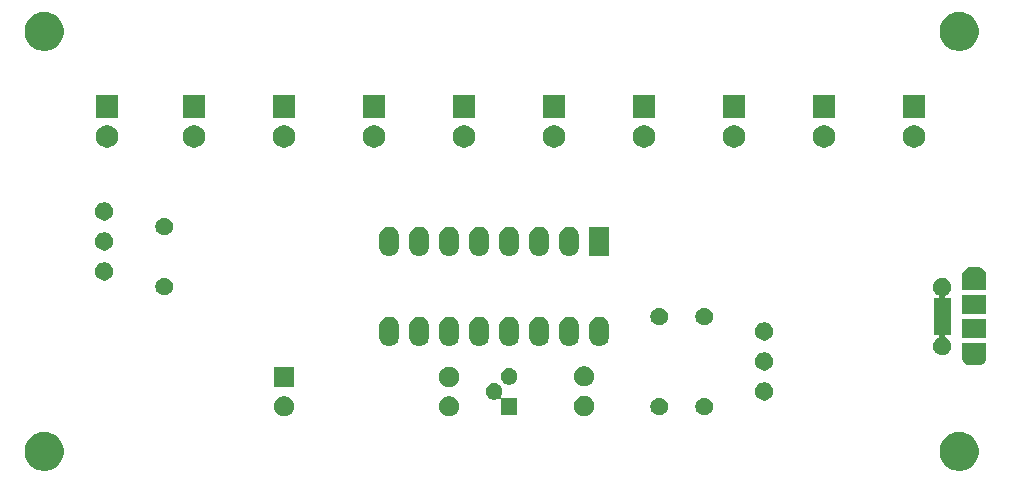
<source format=gbr>
G04 #@! TF.GenerationSoftware,KiCad,Pcbnew,(5.1.5)-3*
G04 #@! TF.CreationDate,2019-12-24T23:01:53+08:00*
G04 #@! TF.ProjectId,voice_ctrl_flow_ledled,766f6963-655f-4637-9472-6c5f666c6f77,rev?*
G04 #@! TF.SameCoordinates,Original*
G04 #@! TF.FileFunction,Soldermask,Top*
G04 #@! TF.FilePolarity,Negative*
%FSLAX46Y46*%
G04 Gerber Fmt 4.6, Leading zero omitted, Abs format (unit mm)*
G04 Created by KiCad (PCBNEW (5.1.5)-3) date 2019-12-24 23:01:53*
%MOMM*%
%LPD*%
G04 APERTURE LIST*
%ADD10C,0.100000*%
G04 APERTURE END LIST*
D10*
G36*
X201035256Y-97451298D02*
G01*
X201141579Y-97472447D01*
X201442042Y-97596903D01*
X201712451Y-97777585D01*
X201942415Y-98007549D01*
X202123097Y-98277958D01*
X202247553Y-98578421D01*
X202311000Y-98897391D01*
X202311000Y-99222609D01*
X202247553Y-99541579D01*
X202123097Y-99842042D01*
X201942415Y-100112451D01*
X201712451Y-100342415D01*
X201442042Y-100523097D01*
X201141579Y-100647553D01*
X201035256Y-100668702D01*
X200822611Y-100711000D01*
X200497389Y-100711000D01*
X200284744Y-100668702D01*
X200178421Y-100647553D01*
X199877958Y-100523097D01*
X199607549Y-100342415D01*
X199377585Y-100112451D01*
X199196903Y-99842042D01*
X199072447Y-99541579D01*
X199009000Y-99222609D01*
X199009000Y-98897391D01*
X199072447Y-98578421D01*
X199196903Y-98277958D01*
X199377585Y-98007549D01*
X199607549Y-97777585D01*
X199877958Y-97596903D01*
X200178421Y-97472447D01*
X200284744Y-97451298D01*
X200497389Y-97409000D01*
X200822611Y-97409000D01*
X201035256Y-97451298D01*
G37*
G36*
X123565256Y-97451298D02*
G01*
X123671579Y-97472447D01*
X123972042Y-97596903D01*
X124242451Y-97777585D01*
X124472415Y-98007549D01*
X124653097Y-98277958D01*
X124777553Y-98578421D01*
X124841000Y-98897391D01*
X124841000Y-99222609D01*
X124777553Y-99541579D01*
X124653097Y-99842042D01*
X124472415Y-100112451D01*
X124242451Y-100342415D01*
X123972042Y-100523097D01*
X123671579Y-100647553D01*
X123565256Y-100668702D01*
X123352611Y-100711000D01*
X123027389Y-100711000D01*
X122814744Y-100668702D01*
X122708421Y-100647553D01*
X122407958Y-100523097D01*
X122137549Y-100342415D01*
X121907585Y-100112451D01*
X121726903Y-99842042D01*
X121602447Y-99541579D01*
X121539000Y-99222609D01*
X121539000Y-98897391D01*
X121602447Y-98578421D01*
X121726903Y-98277958D01*
X121907585Y-98007549D01*
X122137549Y-97777585D01*
X122407958Y-97596903D01*
X122708421Y-97472447D01*
X122814744Y-97451298D01*
X123027389Y-97409000D01*
X123352611Y-97409000D01*
X123565256Y-97451298D01*
G37*
G36*
X157728228Y-94431703D02*
G01*
X157883100Y-94495853D01*
X158022481Y-94588985D01*
X158141015Y-94707519D01*
X158234147Y-94846900D01*
X158298297Y-95001772D01*
X158331000Y-95166184D01*
X158331000Y-95333816D01*
X158298297Y-95498228D01*
X158234147Y-95653100D01*
X158141015Y-95792481D01*
X158022481Y-95911015D01*
X157883100Y-96004147D01*
X157728228Y-96068297D01*
X157563816Y-96101000D01*
X157396184Y-96101000D01*
X157231772Y-96068297D01*
X157076900Y-96004147D01*
X156937519Y-95911015D01*
X156818985Y-95792481D01*
X156725853Y-95653100D01*
X156661703Y-95498228D01*
X156629000Y-95333816D01*
X156629000Y-95166184D01*
X156661703Y-95001772D01*
X156725853Y-94846900D01*
X156818985Y-94707519D01*
X156937519Y-94588985D01*
X157076900Y-94495853D01*
X157231772Y-94431703D01*
X157396184Y-94399000D01*
X157563816Y-94399000D01*
X157728228Y-94431703D01*
G37*
G36*
X143758228Y-94431703D02*
G01*
X143913100Y-94495853D01*
X144052481Y-94588985D01*
X144171015Y-94707519D01*
X144264147Y-94846900D01*
X144328297Y-95001772D01*
X144361000Y-95166184D01*
X144361000Y-95333816D01*
X144328297Y-95498228D01*
X144264147Y-95653100D01*
X144171015Y-95792481D01*
X144052481Y-95911015D01*
X143913100Y-96004147D01*
X143758228Y-96068297D01*
X143593816Y-96101000D01*
X143426184Y-96101000D01*
X143261772Y-96068297D01*
X143106900Y-96004147D01*
X142967519Y-95911015D01*
X142848985Y-95792481D01*
X142755853Y-95653100D01*
X142691703Y-95498228D01*
X142659000Y-95333816D01*
X142659000Y-95166184D01*
X142691703Y-95001772D01*
X142755853Y-94846900D01*
X142848985Y-94707519D01*
X142967519Y-94588985D01*
X143106900Y-94495853D01*
X143261772Y-94431703D01*
X143426184Y-94399000D01*
X143593816Y-94399000D01*
X143758228Y-94431703D01*
G37*
G36*
X169158228Y-94391703D02*
G01*
X169313100Y-94455853D01*
X169452481Y-94548985D01*
X169571015Y-94667519D01*
X169664147Y-94806900D01*
X169728297Y-94961772D01*
X169761000Y-95126184D01*
X169761000Y-95293816D01*
X169728297Y-95458228D01*
X169664147Y-95613100D01*
X169571015Y-95752481D01*
X169452481Y-95871015D01*
X169313100Y-95964147D01*
X169158228Y-96028297D01*
X168993816Y-96061000D01*
X168826184Y-96061000D01*
X168661772Y-96028297D01*
X168506900Y-95964147D01*
X168367519Y-95871015D01*
X168248985Y-95752481D01*
X168155853Y-95613100D01*
X168091703Y-95458228D01*
X168059000Y-95293816D01*
X168059000Y-95126184D01*
X168091703Y-94961772D01*
X168155853Y-94806900D01*
X168248985Y-94667519D01*
X168367519Y-94548985D01*
X168506900Y-94455853D01*
X168661772Y-94391703D01*
X168826184Y-94359000D01*
X168993816Y-94359000D01*
X169158228Y-94391703D01*
G37*
G36*
X175479059Y-94527860D02*
G01*
X175536735Y-94551750D01*
X175615732Y-94584472D01*
X175738735Y-94666660D01*
X175843340Y-94771265D01*
X175925528Y-94894268D01*
X175982140Y-95030941D01*
X176011000Y-95176033D01*
X176011000Y-95323967D01*
X175982140Y-95469059D01*
X175925528Y-95605732D01*
X175843340Y-95728735D01*
X175738735Y-95833340D01*
X175615732Y-95915528D01*
X175615731Y-95915529D01*
X175615730Y-95915529D01*
X175479059Y-95972140D01*
X175333968Y-96001000D01*
X175186032Y-96001000D01*
X175040941Y-95972140D01*
X174904270Y-95915529D01*
X174904269Y-95915529D01*
X174904268Y-95915528D01*
X174781265Y-95833340D01*
X174676660Y-95728735D01*
X174594472Y-95605732D01*
X174537860Y-95469059D01*
X174509000Y-95323967D01*
X174509000Y-95176033D01*
X174537860Y-95030941D01*
X174594472Y-94894268D01*
X174676660Y-94771265D01*
X174781265Y-94666660D01*
X174904268Y-94584472D01*
X174983266Y-94551750D01*
X175040941Y-94527860D01*
X175186032Y-94499000D01*
X175333968Y-94499000D01*
X175479059Y-94527860D01*
G37*
G36*
X179289059Y-94527860D02*
G01*
X179346735Y-94551750D01*
X179425732Y-94584472D01*
X179548735Y-94666660D01*
X179653340Y-94771265D01*
X179735528Y-94894268D01*
X179792140Y-95030941D01*
X179821000Y-95176033D01*
X179821000Y-95323967D01*
X179792140Y-95469059D01*
X179735528Y-95605732D01*
X179653340Y-95728735D01*
X179548735Y-95833340D01*
X179425732Y-95915528D01*
X179425731Y-95915529D01*
X179425730Y-95915529D01*
X179289059Y-95972140D01*
X179143968Y-96001000D01*
X178996032Y-96001000D01*
X178850941Y-95972140D01*
X178714270Y-95915529D01*
X178714269Y-95915529D01*
X178714268Y-95915528D01*
X178591265Y-95833340D01*
X178486660Y-95728735D01*
X178404472Y-95605732D01*
X178347860Y-95469059D01*
X178319000Y-95323967D01*
X178319000Y-95176033D01*
X178347860Y-95030941D01*
X178404472Y-94894268D01*
X178486660Y-94771265D01*
X178591265Y-94666660D01*
X178714268Y-94584472D01*
X178793266Y-94551750D01*
X178850941Y-94527860D01*
X178996032Y-94499000D01*
X179143968Y-94499000D01*
X179289059Y-94527860D01*
G37*
G36*
X161494473Y-93305938D02*
G01*
X161622049Y-93358782D01*
X161736859Y-93435495D01*
X161834505Y-93533141D01*
X161911218Y-93647951D01*
X161964062Y-93775527D01*
X161991000Y-93910956D01*
X161991000Y-94049044D01*
X161964062Y-94184473D01*
X161911218Y-94312049D01*
X161882816Y-94354556D01*
X161871265Y-94376167D01*
X161864152Y-94399616D01*
X161861750Y-94424002D01*
X161864152Y-94448388D01*
X161871265Y-94471837D01*
X161882817Y-94493447D01*
X161898362Y-94512389D01*
X161917304Y-94527934D01*
X161938915Y-94539485D01*
X161962364Y-94546598D01*
X161986749Y-94549000D01*
X163261000Y-94549000D01*
X163261000Y-95951000D01*
X161859000Y-95951000D01*
X161859000Y-94676749D01*
X161856598Y-94652363D01*
X161849485Y-94628914D01*
X161837934Y-94607303D01*
X161822389Y-94588361D01*
X161803447Y-94572816D01*
X161781836Y-94561265D01*
X161758387Y-94554152D01*
X161734001Y-94551750D01*
X161709615Y-94554152D01*
X161686166Y-94561265D01*
X161664556Y-94572816D01*
X161622049Y-94601218D01*
X161494473Y-94654062D01*
X161359044Y-94681000D01*
X161220956Y-94681000D01*
X161085527Y-94654062D01*
X160957951Y-94601218D01*
X160843141Y-94524505D01*
X160745495Y-94426859D01*
X160668782Y-94312049D01*
X160615938Y-94184473D01*
X160589000Y-94049044D01*
X160589000Y-93910956D01*
X160615938Y-93775527D01*
X160668782Y-93647951D01*
X160745495Y-93533141D01*
X160843141Y-93435495D01*
X160957951Y-93358782D01*
X161085527Y-93305938D01*
X161220956Y-93279000D01*
X161359044Y-93279000D01*
X161494473Y-93305938D01*
G37*
G36*
X184275589Y-93218876D02*
G01*
X184374893Y-93238629D01*
X184515206Y-93296748D01*
X184641484Y-93381125D01*
X184748875Y-93488516D01*
X184833252Y-93614794D01*
X184891371Y-93755107D01*
X184921000Y-93904063D01*
X184921000Y-94055937D01*
X184891371Y-94204893D01*
X184833252Y-94345206D01*
X184748875Y-94471484D01*
X184641484Y-94578875D01*
X184515206Y-94663252D01*
X184374893Y-94721371D01*
X184275589Y-94741124D01*
X184225938Y-94751000D01*
X184074062Y-94751000D01*
X184024411Y-94741124D01*
X183925107Y-94721371D01*
X183784794Y-94663252D01*
X183658516Y-94578875D01*
X183551125Y-94471484D01*
X183466748Y-94345206D01*
X183408629Y-94204893D01*
X183379000Y-94055937D01*
X183379000Y-93904063D01*
X183408629Y-93755107D01*
X183466748Y-93614794D01*
X183551125Y-93488516D01*
X183658516Y-93381125D01*
X183784794Y-93296748D01*
X183925107Y-93238629D01*
X184024411Y-93218876D01*
X184074062Y-93209000D01*
X184225938Y-93209000D01*
X184275589Y-93218876D01*
G37*
G36*
X157728228Y-91931703D02*
G01*
X157883100Y-91995853D01*
X158022481Y-92088985D01*
X158141015Y-92207519D01*
X158234147Y-92346900D01*
X158298297Y-92501772D01*
X158331000Y-92666184D01*
X158331000Y-92833816D01*
X158298297Y-92998228D01*
X158234147Y-93153100D01*
X158141015Y-93292481D01*
X158022481Y-93411015D01*
X157883100Y-93504147D01*
X157728228Y-93568297D01*
X157563816Y-93601000D01*
X157396184Y-93601000D01*
X157231772Y-93568297D01*
X157076900Y-93504147D01*
X156937519Y-93411015D01*
X156818985Y-93292481D01*
X156725853Y-93153100D01*
X156661703Y-92998228D01*
X156629000Y-92833816D01*
X156629000Y-92666184D01*
X156661703Y-92501772D01*
X156725853Y-92346900D01*
X156818985Y-92207519D01*
X156937519Y-92088985D01*
X157076900Y-91995853D01*
X157231772Y-91931703D01*
X157396184Y-91899000D01*
X157563816Y-91899000D01*
X157728228Y-91931703D01*
G37*
G36*
X144361000Y-93601000D02*
G01*
X142659000Y-93601000D01*
X142659000Y-91899000D01*
X144361000Y-91899000D01*
X144361000Y-93601000D01*
G37*
G36*
X169158228Y-91891703D02*
G01*
X169313100Y-91955853D01*
X169452481Y-92048985D01*
X169571015Y-92167519D01*
X169664147Y-92306900D01*
X169728297Y-92461772D01*
X169761000Y-92626184D01*
X169761000Y-92793816D01*
X169728297Y-92958228D01*
X169664147Y-93113100D01*
X169571015Y-93252481D01*
X169452481Y-93371015D01*
X169313100Y-93464147D01*
X169158228Y-93528297D01*
X168993816Y-93561000D01*
X168826184Y-93561000D01*
X168661772Y-93528297D01*
X168506900Y-93464147D01*
X168367519Y-93371015D01*
X168248985Y-93252481D01*
X168155853Y-93113100D01*
X168091703Y-92958228D01*
X168059000Y-92793816D01*
X168059000Y-92626184D01*
X168091703Y-92461772D01*
X168155853Y-92306900D01*
X168248985Y-92167519D01*
X168367519Y-92048985D01*
X168506900Y-91955853D01*
X168661772Y-91891703D01*
X168826184Y-91859000D01*
X168993816Y-91859000D01*
X169158228Y-91891703D01*
G37*
G36*
X162764473Y-92035938D02*
G01*
X162892049Y-92088782D01*
X163006859Y-92165495D01*
X163104505Y-92263141D01*
X163181218Y-92377951D01*
X163234062Y-92505527D01*
X163261000Y-92640956D01*
X163261000Y-92779044D01*
X163234062Y-92914473D01*
X163181218Y-93042049D01*
X163104505Y-93156859D01*
X163006859Y-93254505D01*
X162892049Y-93331218D01*
X162764473Y-93384062D01*
X162629044Y-93411000D01*
X162490956Y-93411000D01*
X162355527Y-93384062D01*
X162227951Y-93331218D01*
X162113141Y-93254505D01*
X162015495Y-93156859D01*
X161938782Y-93042049D01*
X161885938Y-92914473D01*
X161859000Y-92779044D01*
X161859000Y-92640956D01*
X161885938Y-92505527D01*
X161938782Y-92377951D01*
X162015495Y-92263141D01*
X162113141Y-92165495D01*
X162227951Y-92088782D01*
X162355527Y-92035938D01*
X162490956Y-92009000D01*
X162629044Y-92009000D01*
X162764473Y-92035938D01*
G37*
G36*
X184275589Y-90678876D02*
G01*
X184374893Y-90698629D01*
X184515206Y-90756748D01*
X184641484Y-90841125D01*
X184748875Y-90948516D01*
X184833252Y-91074794D01*
X184891371Y-91215107D01*
X184921000Y-91364063D01*
X184921000Y-91515937D01*
X184891371Y-91664893D01*
X184833252Y-91805206D01*
X184748875Y-91931484D01*
X184641484Y-92038875D01*
X184515206Y-92123252D01*
X184374893Y-92181371D01*
X184275589Y-92201124D01*
X184225938Y-92211000D01*
X184074062Y-92211000D01*
X184024411Y-92201124D01*
X183925107Y-92181371D01*
X183784794Y-92123252D01*
X183658516Y-92038875D01*
X183551125Y-91931484D01*
X183466748Y-91805206D01*
X183408629Y-91664893D01*
X183379000Y-91515937D01*
X183379000Y-91364063D01*
X183408629Y-91215107D01*
X183466748Y-91074794D01*
X183551125Y-90948516D01*
X183658516Y-90841125D01*
X183784794Y-90756748D01*
X183925107Y-90698629D01*
X184024411Y-90678876D01*
X184074062Y-90669000D01*
X184225938Y-90669000D01*
X184275589Y-90678876D01*
G37*
G36*
X202931000Y-91091886D02*
G01*
X202931602Y-91104138D01*
X202934149Y-91130000D01*
X202931602Y-91155862D01*
X202931000Y-91168114D01*
X202931000Y-91241406D01*
X202922043Y-91258164D01*
X202917915Y-91269701D01*
X202892132Y-91354693D01*
X202884354Y-91380336D01*
X202823906Y-91493425D01*
X202742554Y-91592554D01*
X202643425Y-91673906D01*
X202530336Y-91734354D01*
X202498404Y-91744040D01*
X202407618Y-91771580D01*
X202343855Y-91777860D01*
X202311974Y-91781000D01*
X201548026Y-91781000D01*
X201516145Y-91777860D01*
X201452382Y-91771580D01*
X201361596Y-91744040D01*
X201329664Y-91734354D01*
X201216575Y-91673906D01*
X201117446Y-91592554D01*
X201036094Y-91493425D01*
X200975646Y-91380336D01*
X200967868Y-91354693D01*
X200942087Y-91269708D01*
X200932713Y-91247075D01*
X200929000Y-91241518D01*
X200929000Y-91168114D01*
X200928398Y-91155862D01*
X200925851Y-91130000D01*
X200928398Y-91104138D01*
X200929000Y-91091886D01*
X200929000Y-89879000D01*
X202931000Y-89879000D01*
X202931000Y-91091886D01*
G37*
G36*
X199456348Y-84383820D02*
G01*
X199456350Y-84383821D01*
X199456351Y-84383821D01*
X199597574Y-84442317D01*
X199597577Y-84442319D01*
X199724669Y-84527239D01*
X199832761Y-84635331D01*
X199917681Y-84762423D01*
X199917683Y-84762426D01*
X199962631Y-84870941D01*
X199976180Y-84903652D01*
X200006000Y-85053569D01*
X200006000Y-85206429D01*
X199976179Y-85356351D01*
X199917683Y-85497574D01*
X199917681Y-85497577D01*
X199832761Y-85624669D01*
X199724669Y-85732761D01*
X199639940Y-85789375D01*
X199597574Y-85817683D01*
X199547272Y-85838519D01*
X199525664Y-85850068D01*
X199506722Y-85865614D01*
X199491177Y-85884556D01*
X199479626Y-85906166D01*
X199472513Y-85929615D01*
X199470111Y-85954001D01*
X199472513Y-85978387D01*
X199479626Y-86001836D01*
X199491177Y-86023447D01*
X199506723Y-86042389D01*
X199525665Y-86057934D01*
X199547275Y-86069485D01*
X199570724Y-86076598D01*
X199595110Y-86079000D01*
X199956000Y-86079000D01*
X199956000Y-89181000D01*
X199595110Y-89181000D01*
X199570724Y-89183402D01*
X199547275Y-89190515D01*
X199525664Y-89202066D01*
X199506722Y-89217611D01*
X199491177Y-89236553D01*
X199479626Y-89258164D01*
X199472513Y-89281613D01*
X199470111Y-89305999D01*
X199472513Y-89330385D01*
X199479626Y-89353834D01*
X199491177Y-89375445D01*
X199506722Y-89394387D01*
X199525664Y-89409932D01*
X199547272Y-89421481D01*
X199597574Y-89442317D01*
X199597575Y-89442318D01*
X199724669Y-89527239D01*
X199832761Y-89635331D01*
X199856594Y-89671000D01*
X199917683Y-89762426D01*
X199965969Y-89879000D01*
X199976180Y-89903652D01*
X200006000Y-90053569D01*
X200006000Y-90206429D01*
X199976179Y-90356351D01*
X199917683Y-90497574D01*
X199917681Y-90497577D01*
X199832761Y-90624669D01*
X199724669Y-90732761D01*
X199674064Y-90766574D01*
X199597574Y-90817683D01*
X199456351Y-90876179D01*
X199456350Y-90876179D01*
X199456348Y-90876180D01*
X199306431Y-90906000D01*
X199153569Y-90906000D01*
X199003652Y-90876180D01*
X199003650Y-90876179D01*
X199003649Y-90876179D01*
X198862426Y-90817683D01*
X198785936Y-90766574D01*
X198735331Y-90732761D01*
X198627239Y-90624669D01*
X198542319Y-90497577D01*
X198542317Y-90497574D01*
X198483821Y-90356351D01*
X198454000Y-90206429D01*
X198454000Y-90053569D01*
X198483820Y-89903652D01*
X198494031Y-89879000D01*
X198542317Y-89762426D01*
X198603406Y-89671000D01*
X198627239Y-89635331D01*
X198735331Y-89527239D01*
X198862425Y-89442318D01*
X198862426Y-89442317D01*
X198912728Y-89421481D01*
X198934336Y-89409932D01*
X198953278Y-89394386D01*
X198968823Y-89375444D01*
X198980374Y-89353834D01*
X198987487Y-89330385D01*
X198989889Y-89305999D01*
X198987487Y-89281613D01*
X198980374Y-89258164D01*
X198968823Y-89236553D01*
X198953277Y-89217611D01*
X198934335Y-89202066D01*
X198912725Y-89190515D01*
X198889276Y-89183402D01*
X198864890Y-89181000D01*
X198504000Y-89181000D01*
X198504000Y-86079000D01*
X198864890Y-86079000D01*
X198889276Y-86076598D01*
X198912725Y-86069485D01*
X198934336Y-86057934D01*
X198953278Y-86042389D01*
X198968823Y-86023447D01*
X198980374Y-86001836D01*
X198987487Y-85978387D01*
X198989889Y-85954001D01*
X198987487Y-85929615D01*
X198980374Y-85906166D01*
X198968823Y-85884555D01*
X198953278Y-85865613D01*
X198934336Y-85850068D01*
X198912728Y-85838519D01*
X198862426Y-85817683D01*
X198820060Y-85789375D01*
X198735331Y-85732761D01*
X198627239Y-85624669D01*
X198542319Y-85497577D01*
X198542317Y-85497574D01*
X198483821Y-85356351D01*
X198454000Y-85206429D01*
X198454000Y-85053569D01*
X198483820Y-84903652D01*
X198497369Y-84870941D01*
X198542317Y-84762426D01*
X198542319Y-84762423D01*
X198627239Y-84635331D01*
X198735331Y-84527239D01*
X198862423Y-84442319D01*
X198862426Y-84442317D01*
X199003649Y-84383821D01*
X199003650Y-84383821D01*
X199003652Y-84383820D01*
X199153569Y-84354000D01*
X199306431Y-84354000D01*
X199456348Y-84383820D01*
G37*
G36*
X167806823Y-87661313D02*
G01*
X167937380Y-87700917D01*
X167947437Y-87703968D01*
X167967242Y-87709976D01*
X168099906Y-87780886D01*
X168115078Y-87788996D01*
X168244659Y-87895341D01*
X168351004Y-88024922D01*
X168351005Y-88024924D01*
X168430024Y-88172758D01*
X168478687Y-88333178D01*
X168491000Y-88458197D01*
X168491000Y-89341804D01*
X168478687Y-89466823D01*
X168430024Y-89627242D01*
X168359114Y-89759906D01*
X168351004Y-89775078D01*
X168265717Y-89879000D01*
X168244659Y-89904659D01*
X168115077Y-90011005D01*
X167967241Y-90090024D01*
X167806822Y-90138687D01*
X167640000Y-90155117D01*
X167473177Y-90138687D01*
X167312758Y-90090024D01*
X167164924Y-90011005D01*
X167164922Y-90011004D01*
X167035341Y-89904659D01*
X167014283Y-89879000D01*
X166928995Y-89775077D01*
X166849976Y-89627241D01*
X166801313Y-89466822D01*
X166789000Y-89341803D01*
X166789000Y-88458197D01*
X166801314Y-88333177D01*
X166849977Y-88172758D01*
X166928996Y-88024924D01*
X166928997Y-88024922D01*
X167035342Y-87895341D01*
X167164923Y-87788996D01*
X167180095Y-87780886D01*
X167312759Y-87709976D01*
X167332565Y-87703968D01*
X167342621Y-87700917D01*
X167473178Y-87661313D01*
X167640000Y-87644883D01*
X167806823Y-87661313D01*
G37*
G36*
X152566823Y-87661313D02*
G01*
X152697380Y-87700917D01*
X152707437Y-87703968D01*
X152727242Y-87709976D01*
X152859906Y-87780886D01*
X152875078Y-87788996D01*
X153004659Y-87895341D01*
X153111004Y-88024922D01*
X153111005Y-88024924D01*
X153190024Y-88172758D01*
X153238687Y-88333178D01*
X153251000Y-88458197D01*
X153251000Y-89341804D01*
X153238687Y-89466823D01*
X153190024Y-89627242D01*
X153119114Y-89759906D01*
X153111004Y-89775078D01*
X153025717Y-89879000D01*
X153004659Y-89904659D01*
X152875077Y-90011005D01*
X152727241Y-90090024D01*
X152566822Y-90138687D01*
X152400000Y-90155117D01*
X152233177Y-90138687D01*
X152072758Y-90090024D01*
X151924924Y-90011005D01*
X151924922Y-90011004D01*
X151795341Y-89904659D01*
X151774283Y-89879000D01*
X151688995Y-89775077D01*
X151609976Y-89627241D01*
X151561313Y-89466822D01*
X151549000Y-89341803D01*
X151549000Y-88458197D01*
X151561314Y-88333177D01*
X151609977Y-88172758D01*
X151688996Y-88024924D01*
X151688997Y-88024922D01*
X151795342Y-87895341D01*
X151924923Y-87788996D01*
X151940095Y-87780886D01*
X152072759Y-87709976D01*
X152092565Y-87703968D01*
X152102621Y-87700917D01*
X152233178Y-87661313D01*
X152400000Y-87644883D01*
X152566823Y-87661313D01*
G37*
G36*
X155106823Y-87661313D02*
G01*
X155237380Y-87700917D01*
X155247437Y-87703968D01*
X155267242Y-87709976D01*
X155399906Y-87780886D01*
X155415078Y-87788996D01*
X155544659Y-87895341D01*
X155651004Y-88024922D01*
X155651005Y-88024924D01*
X155730024Y-88172758D01*
X155778687Y-88333178D01*
X155791000Y-88458197D01*
X155791000Y-89341804D01*
X155778687Y-89466823D01*
X155730024Y-89627242D01*
X155659114Y-89759906D01*
X155651004Y-89775078D01*
X155565717Y-89879000D01*
X155544659Y-89904659D01*
X155415077Y-90011005D01*
X155267241Y-90090024D01*
X155106822Y-90138687D01*
X154940000Y-90155117D01*
X154773177Y-90138687D01*
X154612758Y-90090024D01*
X154464924Y-90011005D01*
X154464922Y-90011004D01*
X154335341Y-89904659D01*
X154314283Y-89879000D01*
X154228995Y-89775077D01*
X154149976Y-89627241D01*
X154101313Y-89466822D01*
X154089000Y-89341803D01*
X154089000Y-88458197D01*
X154101314Y-88333177D01*
X154149977Y-88172758D01*
X154228996Y-88024924D01*
X154228997Y-88024922D01*
X154335342Y-87895341D01*
X154464923Y-87788996D01*
X154480095Y-87780886D01*
X154612759Y-87709976D01*
X154632565Y-87703968D01*
X154642621Y-87700917D01*
X154773178Y-87661313D01*
X154940000Y-87644883D01*
X155106823Y-87661313D01*
G37*
G36*
X157646823Y-87661313D02*
G01*
X157777380Y-87700917D01*
X157787437Y-87703968D01*
X157807242Y-87709976D01*
X157939906Y-87780886D01*
X157955078Y-87788996D01*
X158084659Y-87895341D01*
X158191004Y-88024922D01*
X158191005Y-88024924D01*
X158270024Y-88172758D01*
X158318687Y-88333178D01*
X158331000Y-88458197D01*
X158331000Y-89341804D01*
X158318687Y-89466823D01*
X158270024Y-89627242D01*
X158199114Y-89759906D01*
X158191004Y-89775078D01*
X158105717Y-89879000D01*
X158084659Y-89904659D01*
X157955077Y-90011005D01*
X157807241Y-90090024D01*
X157646822Y-90138687D01*
X157480000Y-90155117D01*
X157313177Y-90138687D01*
X157152758Y-90090024D01*
X157004924Y-90011005D01*
X157004922Y-90011004D01*
X156875341Y-89904659D01*
X156854283Y-89879000D01*
X156768995Y-89775077D01*
X156689976Y-89627241D01*
X156641313Y-89466822D01*
X156629000Y-89341803D01*
X156629000Y-88458197D01*
X156641314Y-88333177D01*
X156689977Y-88172758D01*
X156768996Y-88024924D01*
X156768997Y-88024922D01*
X156875342Y-87895341D01*
X157004923Y-87788996D01*
X157020095Y-87780886D01*
X157152759Y-87709976D01*
X157172565Y-87703968D01*
X157182621Y-87700917D01*
X157313178Y-87661313D01*
X157480000Y-87644883D01*
X157646823Y-87661313D01*
G37*
G36*
X160186823Y-87661313D02*
G01*
X160317380Y-87700917D01*
X160327437Y-87703968D01*
X160347242Y-87709976D01*
X160479906Y-87780886D01*
X160495078Y-87788996D01*
X160624659Y-87895341D01*
X160731004Y-88024922D01*
X160731005Y-88024924D01*
X160810024Y-88172758D01*
X160858687Y-88333178D01*
X160871000Y-88458197D01*
X160871000Y-89341804D01*
X160858687Y-89466823D01*
X160810024Y-89627242D01*
X160739114Y-89759906D01*
X160731004Y-89775078D01*
X160645717Y-89879000D01*
X160624659Y-89904659D01*
X160495077Y-90011005D01*
X160347241Y-90090024D01*
X160186822Y-90138687D01*
X160020000Y-90155117D01*
X159853177Y-90138687D01*
X159692758Y-90090024D01*
X159544924Y-90011005D01*
X159544922Y-90011004D01*
X159415341Y-89904659D01*
X159394283Y-89879000D01*
X159308995Y-89775077D01*
X159229976Y-89627241D01*
X159181313Y-89466822D01*
X159169000Y-89341803D01*
X159169000Y-88458197D01*
X159181314Y-88333177D01*
X159229977Y-88172758D01*
X159308996Y-88024924D01*
X159308997Y-88024922D01*
X159415342Y-87895341D01*
X159544923Y-87788996D01*
X159560095Y-87780886D01*
X159692759Y-87709976D01*
X159712565Y-87703968D01*
X159722621Y-87700917D01*
X159853178Y-87661313D01*
X160020000Y-87644883D01*
X160186823Y-87661313D01*
G37*
G36*
X162726823Y-87661313D02*
G01*
X162857380Y-87700917D01*
X162867437Y-87703968D01*
X162887242Y-87709976D01*
X163019906Y-87780886D01*
X163035078Y-87788996D01*
X163164659Y-87895341D01*
X163271004Y-88024922D01*
X163271005Y-88024924D01*
X163350024Y-88172758D01*
X163398687Y-88333178D01*
X163411000Y-88458197D01*
X163411000Y-89341804D01*
X163398687Y-89466823D01*
X163350024Y-89627242D01*
X163279114Y-89759906D01*
X163271004Y-89775078D01*
X163185717Y-89879000D01*
X163164659Y-89904659D01*
X163035077Y-90011005D01*
X162887241Y-90090024D01*
X162726822Y-90138687D01*
X162560000Y-90155117D01*
X162393177Y-90138687D01*
X162232758Y-90090024D01*
X162084924Y-90011005D01*
X162084922Y-90011004D01*
X161955341Y-89904659D01*
X161934283Y-89879000D01*
X161848995Y-89775077D01*
X161769976Y-89627241D01*
X161721313Y-89466822D01*
X161709000Y-89341803D01*
X161709000Y-88458197D01*
X161721314Y-88333177D01*
X161769977Y-88172758D01*
X161848996Y-88024924D01*
X161848997Y-88024922D01*
X161955342Y-87895341D01*
X162084923Y-87788996D01*
X162100095Y-87780886D01*
X162232759Y-87709976D01*
X162252565Y-87703968D01*
X162262621Y-87700917D01*
X162393178Y-87661313D01*
X162560000Y-87644883D01*
X162726823Y-87661313D01*
G37*
G36*
X165266823Y-87661313D02*
G01*
X165397380Y-87700917D01*
X165407437Y-87703968D01*
X165427242Y-87709976D01*
X165559906Y-87780886D01*
X165575078Y-87788996D01*
X165704659Y-87895341D01*
X165811004Y-88024922D01*
X165811005Y-88024924D01*
X165890024Y-88172758D01*
X165938687Y-88333178D01*
X165951000Y-88458197D01*
X165951000Y-89341804D01*
X165938687Y-89466823D01*
X165890024Y-89627242D01*
X165819114Y-89759906D01*
X165811004Y-89775078D01*
X165725717Y-89879000D01*
X165704659Y-89904659D01*
X165575077Y-90011005D01*
X165427241Y-90090024D01*
X165266822Y-90138687D01*
X165100000Y-90155117D01*
X164933177Y-90138687D01*
X164772758Y-90090024D01*
X164624924Y-90011005D01*
X164624922Y-90011004D01*
X164495341Y-89904659D01*
X164474283Y-89879000D01*
X164388995Y-89775077D01*
X164309976Y-89627241D01*
X164261313Y-89466822D01*
X164249000Y-89341803D01*
X164249000Y-88458197D01*
X164261314Y-88333177D01*
X164309977Y-88172758D01*
X164388996Y-88024924D01*
X164388997Y-88024922D01*
X164495342Y-87895341D01*
X164624923Y-87788996D01*
X164640095Y-87780886D01*
X164772759Y-87709976D01*
X164792565Y-87703968D01*
X164802621Y-87700917D01*
X164933178Y-87661313D01*
X165100000Y-87644883D01*
X165266823Y-87661313D01*
G37*
G36*
X170346823Y-87661313D02*
G01*
X170477380Y-87700917D01*
X170487437Y-87703968D01*
X170507242Y-87709976D01*
X170639906Y-87780886D01*
X170655078Y-87788996D01*
X170784659Y-87895341D01*
X170891004Y-88024922D01*
X170891005Y-88024924D01*
X170970024Y-88172758D01*
X171018687Y-88333178D01*
X171031000Y-88458197D01*
X171031000Y-89341804D01*
X171018687Y-89466823D01*
X170970024Y-89627242D01*
X170899114Y-89759906D01*
X170891004Y-89775078D01*
X170805717Y-89879000D01*
X170784659Y-89904659D01*
X170655077Y-90011005D01*
X170507241Y-90090024D01*
X170346822Y-90138687D01*
X170180000Y-90155117D01*
X170013177Y-90138687D01*
X169852758Y-90090024D01*
X169704924Y-90011005D01*
X169704922Y-90011004D01*
X169575341Y-89904659D01*
X169554283Y-89879000D01*
X169468995Y-89775077D01*
X169389976Y-89627241D01*
X169341313Y-89466822D01*
X169329000Y-89341803D01*
X169329000Y-88458197D01*
X169341314Y-88333177D01*
X169389977Y-88172758D01*
X169468996Y-88024924D01*
X169468997Y-88024922D01*
X169575342Y-87895341D01*
X169704923Y-87788996D01*
X169720095Y-87780886D01*
X169852759Y-87709976D01*
X169872565Y-87703968D01*
X169882621Y-87700917D01*
X170013178Y-87661313D01*
X170180000Y-87644883D01*
X170346823Y-87661313D01*
G37*
G36*
X184275589Y-88138876D02*
G01*
X184374893Y-88158629D01*
X184515206Y-88216748D01*
X184641484Y-88301125D01*
X184748875Y-88408516D01*
X184833252Y-88534794D01*
X184891371Y-88675107D01*
X184921000Y-88824063D01*
X184921000Y-88975937D01*
X184891371Y-89124893D01*
X184833252Y-89265206D01*
X184748875Y-89391484D01*
X184641484Y-89498875D01*
X184515206Y-89583252D01*
X184374893Y-89641371D01*
X184275589Y-89661124D01*
X184225938Y-89671000D01*
X184074062Y-89671000D01*
X184024411Y-89661124D01*
X183925107Y-89641371D01*
X183784794Y-89583252D01*
X183658516Y-89498875D01*
X183551125Y-89391484D01*
X183466748Y-89265206D01*
X183408629Y-89124893D01*
X183379000Y-88975937D01*
X183379000Y-88824063D01*
X183408629Y-88675107D01*
X183466748Y-88534794D01*
X183551125Y-88408516D01*
X183658516Y-88301125D01*
X183784794Y-88216748D01*
X183925107Y-88158629D01*
X184024411Y-88138876D01*
X184074062Y-88129000D01*
X184225938Y-88129000D01*
X184275589Y-88138876D01*
G37*
G36*
X202931000Y-89431000D02*
G01*
X200929000Y-89431000D01*
X200929000Y-87829000D01*
X202931000Y-87829000D01*
X202931000Y-89431000D01*
G37*
G36*
X175479059Y-86907860D02*
G01*
X175615732Y-86964472D01*
X175738735Y-87046660D01*
X175843340Y-87151265D01*
X175925528Y-87274268D01*
X175982140Y-87410941D01*
X176011000Y-87556033D01*
X176011000Y-87703967D01*
X175982140Y-87849059D01*
X175925528Y-87985732D01*
X175843340Y-88108735D01*
X175738735Y-88213340D01*
X175615732Y-88295528D01*
X175615731Y-88295529D01*
X175615730Y-88295529D01*
X175479059Y-88352140D01*
X175333968Y-88381000D01*
X175186032Y-88381000D01*
X175040941Y-88352140D01*
X174904270Y-88295529D01*
X174904269Y-88295529D01*
X174904268Y-88295528D01*
X174781265Y-88213340D01*
X174676660Y-88108735D01*
X174594472Y-87985732D01*
X174537860Y-87849059D01*
X174509000Y-87703967D01*
X174509000Y-87556033D01*
X174537860Y-87410941D01*
X174594472Y-87274268D01*
X174676660Y-87151265D01*
X174781265Y-87046660D01*
X174904268Y-86964472D01*
X175040941Y-86907860D01*
X175186032Y-86879000D01*
X175333968Y-86879000D01*
X175479059Y-86907860D01*
G37*
G36*
X179289059Y-86907860D02*
G01*
X179425732Y-86964472D01*
X179548735Y-87046660D01*
X179653340Y-87151265D01*
X179735528Y-87274268D01*
X179792140Y-87410941D01*
X179821000Y-87556033D01*
X179821000Y-87703967D01*
X179792140Y-87849059D01*
X179735528Y-87985732D01*
X179653340Y-88108735D01*
X179548735Y-88213340D01*
X179425732Y-88295528D01*
X179425731Y-88295529D01*
X179425730Y-88295529D01*
X179289059Y-88352140D01*
X179143968Y-88381000D01*
X178996032Y-88381000D01*
X178850941Y-88352140D01*
X178714270Y-88295529D01*
X178714269Y-88295529D01*
X178714268Y-88295528D01*
X178591265Y-88213340D01*
X178486660Y-88108735D01*
X178404472Y-87985732D01*
X178347860Y-87849059D01*
X178319000Y-87703967D01*
X178319000Y-87556033D01*
X178347860Y-87410941D01*
X178404472Y-87274268D01*
X178486660Y-87151265D01*
X178591265Y-87046660D01*
X178714268Y-86964472D01*
X178850941Y-86907860D01*
X178996032Y-86879000D01*
X179143968Y-86879000D01*
X179289059Y-86907860D01*
G37*
G36*
X202931000Y-87431000D02*
G01*
X200929000Y-87431000D01*
X200929000Y-85829000D01*
X202931000Y-85829000D01*
X202931000Y-87431000D01*
G37*
G36*
X133499379Y-84354000D02*
G01*
X133569059Y-84367860D01*
X133705732Y-84424472D01*
X133828735Y-84506660D01*
X133933340Y-84611265D01*
X134015528Y-84734268D01*
X134015529Y-84734270D01*
X134072140Y-84870941D01*
X134078647Y-84903652D01*
X134101000Y-85016033D01*
X134101000Y-85163967D01*
X134072140Y-85309059D01*
X134015528Y-85445732D01*
X133933340Y-85568735D01*
X133828735Y-85673340D01*
X133705732Y-85755528D01*
X133705731Y-85755529D01*
X133705730Y-85755529D01*
X133569059Y-85812140D01*
X133423968Y-85841000D01*
X133276032Y-85841000D01*
X133130941Y-85812140D01*
X132994270Y-85755529D01*
X132994269Y-85755529D01*
X132994268Y-85755528D01*
X132871265Y-85673340D01*
X132766660Y-85568735D01*
X132684472Y-85445732D01*
X132627860Y-85309059D01*
X132599000Y-85163967D01*
X132599000Y-85016033D01*
X132621354Y-84903652D01*
X132627860Y-84870941D01*
X132684471Y-84734270D01*
X132684472Y-84734268D01*
X132766660Y-84611265D01*
X132871265Y-84506660D01*
X132994268Y-84424472D01*
X133130941Y-84367860D01*
X133200621Y-84354000D01*
X133276032Y-84339000D01*
X133423968Y-84339000D01*
X133499379Y-84354000D01*
G37*
G36*
X202343855Y-83482140D02*
G01*
X202407618Y-83488420D01*
X202498404Y-83515960D01*
X202530336Y-83525646D01*
X202643425Y-83586094D01*
X202742554Y-83667446D01*
X202823906Y-83766575D01*
X202884354Y-83879664D01*
X202892132Y-83905307D01*
X202917913Y-83990292D01*
X202927287Y-84012925D01*
X202931000Y-84018482D01*
X202931000Y-84091886D01*
X202931602Y-84104138D01*
X202934149Y-84130000D01*
X202931602Y-84155862D01*
X202931000Y-84168114D01*
X202931000Y-85381000D01*
X200929000Y-85381000D01*
X200929000Y-84168114D01*
X200928398Y-84155862D01*
X200925851Y-84130000D01*
X200928398Y-84104138D01*
X200929000Y-84091886D01*
X200929000Y-84018594D01*
X200937957Y-84001836D01*
X200942085Y-83990299D01*
X200967868Y-83905307D01*
X200975646Y-83879664D01*
X201036094Y-83766575D01*
X201117446Y-83667446D01*
X201216575Y-83586094D01*
X201329664Y-83525646D01*
X201361596Y-83515960D01*
X201452382Y-83488420D01*
X201516145Y-83482140D01*
X201548026Y-83479000D01*
X202311974Y-83479000D01*
X202343855Y-83482140D01*
G37*
G36*
X128395589Y-83058876D02*
G01*
X128494893Y-83078629D01*
X128635206Y-83136748D01*
X128761484Y-83221125D01*
X128868875Y-83328516D01*
X128953252Y-83454794D01*
X129011371Y-83595107D01*
X129041000Y-83744063D01*
X129041000Y-83895937D01*
X129011371Y-84044893D01*
X128953252Y-84185206D01*
X128868875Y-84311484D01*
X128761484Y-84418875D01*
X128635206Y-84503252D01*
X128494893Y-84561371D01*
X128395589Y-84581124D01*
X128345938Y-84591000D01*
X128194062Y-84591000D01*
X128144411Y-84581124D01*
X128045107Y-84561371D01*
X127904794Y-84503252D01*
X127778516Y-84418875D01*
X127671125Y-84311484D01*
X127586748Y-84185206D01*
X127528629Y-84044893D01*
X127499000Y-83895937D01*
X127499000Y-83744063D01*
X127528629Y-83595107D01*
X127586748Y-83454794D01*
X127671125Y-83328516D01*
X127778516Y-83221125D01*
X127904794Y-83136748D01*
X128045107Y-83078629D01*
X128144411Y-83058876D01*
X128194062Y-83049000D01*
X128345938Y-83049000D01*
X128395589Y-83058876D01*
G37*
G36*
X160186823Y-80041313D02*
G01*
X160317380Y-80080917D01*
X160327437Y-80083968D01*
X160347242Y-80089976D01*
X160479906Y-80160886D01*
X160495078Y-80168996D01*
X160624659Y-80275341D01*
X160731004Y-80404922D01*
X160731005Y-80404924D01*
X160810024Y-80552758D01*
X160858687Y-80713178D01*
X160871000Y-80838197D01*
X160871000Y-81721804D01*
X160858687Y-81846823D01*
X160810024Y-82007242D01*
X160739114Y-82139906D01*
X160731004Y-82155078D01*
X160624659Y-82284659D01*
X160495077Y-82391005D01*
X160347241Y-82470024D01*
X160186822Y-82518687D01*
X160020000Y-82535117D01*
X159853177Y-82518687D01*
X159692758Y-82470024D01*
X159544924Y-82391005D01*
X159544922Y-82391004D01*
X159415341Y-82284659D01*
X159308995Y-82155077D01*
X159229976Y-82007241D01*
X159181313Y-81846822D01*
X159169000Y-81721803D01*
X159169000Y-80838197D01*
X159181314Y-80713177D01*
X159229977Y-80552758D01*
X159308996Y-80404924D01*
X159308997Y-80404922D01*
X159415342Y-80275341D01*
X159544923Y-80168996D01*
X159560095Y-80160886D01*
X159692759Y-80089976D01*
X159712565Y-80083968D01*
X159722621Y-80080917D01*
X159853178Y-80041313D01*
X160020000Y-80024883D01*
X160186823Y-80041313D01*
G37*
G36*
X167806823Y-80041313D02*
G01*
X167937380Y-80080917D01*
X167947437Y-80083968D01*
X167967242Y-80089976D01*
X168099906Y-80160886D01*
X168115078Y-80168996D01*
X168244659Y-80275341D01*
X168351004Y-80404922D01*
X168351005Y-80404924D01*
X168430024Y-80552758D01*
X168478687Y-80713178D01*
X168491000Y-80838197D01*
X168491000Y-81721804D01*
X168478687Y-81846823D01*
X168430024Y-82007242D01*
X168359114Y-82139906D01*
X168351004Y-82155078D01*
X168244659Y-82284659D01*
X168115077Y-82391005D01*
X167967241Y-82470024D01*
X167806822Y-82518687D01*
X167640000Y-82535117D01*
X167473177Y-82518687D01*
X167312758Y-82470024D01*
X167164924Y-82391005D01*
X167164922Y-82391004D01*
X167035341Y-82284659D01*
X166928995Y-82155077D01*
X166849976Y-82007241D01*
X166801313Y-81846822D01*
X166789000Y-81721803D01*
X166789000Y-80838197D01*
X166801314Y-80713177D01*
X166849977Y-80552758D01*
X166928996Y-80404924D01*
X166928997Y-80404922D01*
X167035342Y-80275341D01*
X167164923Y-80168996D01*
X167180095Y-80160886D01*
X167312759Y-80089976D01*
X167332565Y-80083968D01*
X167342621Y-80080917D01*
X167473178Y-80041313D01*
X167640000Y-80024883D01*
X167806823Y-80041313D01*
G37*
G36*
X165266823Y-80041313D02*
G01*
X165397380Y-80080917D01*
X165407437Y-80083968D01*
X165427242Y-80089976D01*
X165559906Y-80160886D01*
X165575078Y-80168996D01*
X165704659Y-80275341D01*
X165811004Y-80404922D01*
X165811005Y-80404924D01*
X165890024Y-80552758D01*
X165938687Y-80713178D01*
X165951000Y-80838197D01*
X165951000Y-81721804D01*
X165938687Y-81846823D01*
X165890024Y-82007242D01*
X165819114Y-82139906D01*
X165811004Y-82155078D01*
X165704659Y-82284659D01*
X165575077Y-82391005D01*
X165427241Y-82470024D01*
X165266822Y-82518687D01*
X165100000Y-82535117D01*
X164933177Y-82518687D01*
X164772758Y-82470024D01*
X164624924Y-82391005D01*
X164624922Y-82391004D01*
X164495341Y-82284659D01*
X164388995Y-82155077D01*
X164309976Y-82007241D01*
X164261313Y-81846822D01*
X164249000Y-81721803D01*
X164249000Y-80838197D01*
X164261314Y-80713177D01*
X164309977Y-80552758D01*
X164388996Y-80404924D01*
X164388997Y-80404922D01*
X164495342Y-80275341D01*
X164624923Y-80168996D01*
X164640095Y-80160886D01*
X164772759Y-80089976D01*
X164792565Y-80083968D01*
X164802621Y-80080917D01*
X164933178Y-80041313D01*
X165100000Y-80024883D01*
X165266823Y-80041313D01*
G37*
G36*
X162726823Y-80041313D02*
G01*
X162857380Y-80080917D01*
X162867437Y-80083968D01*
X162887242Y-80089976D01*
X163019906Y-80160886D01*
X163035078Y-80168996D01*
X163164659Y-80275341D01*
X163271004Y-80404922D01*
X163271005Y-80404924D01*
X163350024Y-80552758D01*
X163398687Y-80713178D01*
X163411000Y-80838197D01*
X163411000Y-81721804D01*
X163398687Y-81846823D01*
X163350024Y-82007242D01*
X163279114Y-82139906D01*
X163271004Y-82155078D01*
X163164659Y-82284659D01*
X163035077Y-82391005D01*
X162887241Y-82470024D01*
X162726822Y-82518687D01*
X162560000Y-82535117D01*
X162393177Y-82518687D01*
X162232758Y-82470024D01*
X162084924Y-82391005D01*
X162084922Y-82391004D01*
X161955341Y-82284659D01*
X161848995Y-82155077D01*
X161769976Y-82007241D01*
X161721313Y-81846822D01*
X161709000Y-81721803D01*
X161709000Y-80838197D01*
X161721314Y-80713177D01*
X161769977Y-80552758D01*
X161848996Y-80404924D01*
X161848997Y-80404922D01*
X161955342Y-80275341D01*
X162084923Y-80168996D01*
X162100095Y-80160886D01*
X162232759Y-80089976D01*
X162252565Y-80083968D01*
X162262621Y-80080917D01*
X162393178Y-80041313D01*
X162560000Y-80024883D01*
X162726823Y-80041313D01*
G37*
G36*
X155106823Y-80041313D02*
G01*
X155237380Y-80080917D01*
X155247437Y-80083968D01*
X155267242Y-80089976D01*
X155399906Y-80160886D01*
X155415078Y-80168996D01*
X155544659Y-80275341D01*
X155651004Y-80404922D01*
X155651005Y-80404924D01*
X155730024Y-80552758D01*
X155778687Y-80713178D01*
X155791000Y-80838197D01*
X155791000Y-81721804D01*
X155778687Y-81846823D01*
X155730024Y-82007242D01*
X155659114Y-82139906D01*
X155651004Y-82155078D01*
X155544659Y-82284659D01*
X155415077Y-82391005D01*
X155267241Y-82470024D01*
X155106822Y-82518687D01*
X154940000Y-82535117D01*
X154773177Y-82518687D01*
X154612758Y-82470024D01*
X154464924Y-82391005D01*
X154464922Y-82391004D01*
X154335341Y-82284659D01*
X154228995Y-82155077D01*
X154149976Y-82007241D01*
X154101313Y-81846822D01*
X154089000Y-81721803D01*
X154089000Y-80838197D01*
X154101314Y-80713177D01*
X154149977Y-80552758D01*
X154228996Y-80404924D01*
X154228997Y-80404922D01*
X154335342Y-80275341D01*
X154464923Y-80168996D01*
X154480095Y-80160886D01*
X154612759Y-80089976D01*
X154632565Y-80083968D01*
X154642621Y-80080917D01*
X154773178Y-80041313D01*
X154940000Y-80024883D01*
X155106823Y-80041313D01*
G37*
G36*
X152566823Y-80041313D02*
G01*
X152697380Y-80080917D01*
X152707437Y-80083968D01*
X152727242Y-80089976D01*
X152859906Y-80160886D01*
X152875078Y-80168996D01*
X153004659Y-80275341D01*
X153111004Y-80404922D01*
X153111005Y-80404924D01*
X153190024Y-80552758D01*
X153238687Y-80713178D01*
X153251000Y-80838197D01*
X153251000Y-81721804D01*
X153238687Y-81846823D01*
X153190024Y-82007242D01*
X153119114Y-82139906D01*
X153111004Y-82155078D01*
X153004659Y-82284659D01*
X152875077Y-82391005D01*
X152727241Y-82470024D01*
X152566822Y-82518687D01*
X152400000Y-82535117D01*
X152233177Y-82518687D01*
X152072758Y-82470024D01*
X151924924Y-82391005D01*
X151924922Y-82391004D01*
X151795341Y-82284659D01*
X151688995Y-82155077D01*
X151609976Y-82007241D01*
X151561313Y-81846822D01*
X151549000Y-81721803D01*
X151549000Y-80838197D01*
X151561314Y-80713177D01*
X151609977Y-80552758D01*
X151688996Y-80404924D01*
X151688997Y-80404922D01*
X151795342Y-80275341D01*
X151924923Y-80168996D01*
X151940095Y-80160886D01*
X152072759Y-80089976D01*
X152092565Y-80083968D01*
X152102621Y-80080917D01*
X152233178Y-80041313D01*
X152400000Y-80024883D01*
X152566823Y-80041313D01*
G37*
G36*
X157646823Y-80041313D02*
G01*
X157777380Y-80080917D01*
X157787437Y-80083968D01*
X157807242Y-80089976D01*
X157939906Y-80160886D01*
X157955078Y-80168996D01*
X158084659Y-80275341D01*
X158191004Y-80404922D01*
X158191005Y-80404924D01*
X158270024Y-80552758D01*
X158318687Y-80713178D01*
X158331000Y-80838197D01*
X158331000Y-81721804D01*
X158318687Y-81846823D01*
X158270024Y-82007242D01*
X158199114Y-82139906D01*
X158191004Y-82155078D01*
X158084659Y-82284659D01*
X157955077Y-82391005D01*
X157807241Y-82470024D01*
X157646822Y-82518687D01*
X157480000Y-82535117D01*
X157313177Y-82518687D01*
X157152758Y-82470024D01*
X157004924Y-82391005D01*
X157004922Y-82391004D01*
X156875341Y-82284659D01*
X156768995Y-82155077D01*
X156689976Y-82007241D01*
X156641313Y-81846822D01*
X156629000Y-81721803D01*
X156629000Y-80838197D01*
X156641314Y-80713177D01*
X156689977Y-80552758D01*
X156768996Y-80404924D01*
X156768997Y-80404922D01*
X156875342Y-80275341D01*
X157004923Y-80168996D01*
X157020095Y-80160886D01*
X157152759Y-80089976D01*
X157172565Y-80083968D01*
X157182621Y-80080917D01*
X157313178Y-80041313D01*
X157480000Y-80024883D01*
X157646823Y-80041313D01*
G37*
G36*
X171031000Y-82531000D02*
G01*
X169329000Y-82531000D01*
X169329000Y-80029000D01*
X171031000Y-80029000D01*
X171031000Y-82531000D01*
G37*
G36*
X128395589Y-80518876D02*
G01*
X128494893Y-80538629D01*
X128635206Y-80596748D01*
X128761484Y-80681125D01*
X128868875Y-80788516D01*
X128953252Y-80914794D01*
X129011371Y-81055107D01*
X129041000Y-81204063D01*
X129041000Y-81355937D01*
X129011371Y-81504893D01*
X128953252Y-81645206D01*
X128868875Y-81771484D01*
X128761484Y-81878875D01*
X128635206Y-81963252D01*
X128494893Y-82021371D01*
X128395589Y-82041124D01*
X128345938Y-82051000D01*
X128194062Y-82051000D01*
X128144411Y-82041124D01*
X128045107Y-82021371D01*
X127904794Y-81963252D01*
X127778516Y-81878875D01*
X127671125Y-81771484D01*
X127586748Y-81645206D01*
X127528629Y-81504893D01*
X127499000Y-81355937D01*
X127499000Y-81204063D01*
X127528629Y-81055107D01*
X127586748Y-80914794D01*
X127671125Y-80788516D01*
X127778516Y-80681125D01*
X127904794Y-80596748D01*
X128045107Y-80538629D01*
X128144411Y-80518876D01*
X128194062Y-80509000D01*
X128345938Y-80509000D01*
X128395589Y-80518876D01*
G37*
G36*
X133569059Y-79287860D02*
G01*
X133705732Y-79344472D01*
X133828735Y-79426660D01*
X133933340Y-79531265D01*
X134015528Y-79654268D01*
X134072140Y-79790941D01*
X134101000Y-79936033D01*
X134101000Y-80083967D01*
X134072140Y-80229059D01*
X134015528Y-80365732D01*
X133933340Y-80488735D01*
X133828735Y-80593340D01*
X133705732Y-80675528D01*
X133705731Y-80675529D01*
X133705730Y-80675529D01*
X133569059Y-80732140D01*
X133423968Y-80761000D01*
X133276032Y-80761000D01*
X133130941Y-80732140D01*
X132994270Y-80675529D01*
X132994269Y-80675529D01*
X132994268Y-80675528D01*
X132871265Y-80593340D01*
X132766660Y-80488735D01*
X132684472Y-80365732D01*
X132627860Y-80229059D01*
X132599000Y-80083967D01*
X132599000Y-79936033D01*
X132627860Y-79790941D01*
X132684472Y-79654268D01*
X132766660Y-79531265D01*
X132871265Y-79426660D01*
X132994268Y-79344472D01*
X133130941Y-79287860D01*
X133276032Y-79259000D01*
X133423968Y-79259000D01*
X133569059Y-79287860D01*
G37*
G36*
X128395589Y-77978876D02*
G01*
X128494893Y-77998629D01*
X128635206Y-78056748D01*
X128761484Y-78141125D01*
X128868875Y-78248516D01*
X128953252Y-78374794D01*
X129011371Y-78515107D01*
X129041000Y-78664063D01*
X129041000Y-78815937D01*
X129011371Y-78964893D01*
X128953252Y-79105206D01*
X128868875Y-79231484D01*
X128761484Y-79338875D01*
X128635206Y-79423252D01*
X128494893Y-79481371D01*
X128395589Y-79501124D01*
X128345938Y-79511000D01*
X128194062Y-79511000D01*
X128144411Y-79501124D01*
X128045107Y-79481371D01*
X127904794Y-79423252D01*
X127778516Y-79338875D01*
X127671125Y-79231484D01*
X127586748Y-79105206D01*
X127528629Y-78964893D01*
X127499000Y-78815937D01*
X127499000Y-78664063D01*
X127528629Y-78515107D01*
X127586748Y-78374794D01*
X127671125Y-78248516D01*
X127778516Y-78141125D01*
X127904794Y-78056748D01*
X128045107Y-77998629D01*
X128144411Y-77978876D01*
X128194062Y-77969000D01*
X128345938Y-77969000D01*
X128395589Y-77978876D01*
G37*
G36*
X159027395Y-71475546D02*
G01*
X159200466Y-71547234D01*
X159200467Y-71547235D01*
X159356227Y-71651310D01*
X159488690Y-71783773D01*
X159488691Y-71783775D01*
X159592766Y-71939534D01*
X159664454Y-72112605D01*
X159701000Y-72296333D01*
X159701000Y-72483667D01*
X159664454Y-72667395D01*
X159592766Y-72840466D01*
X159592765Y-72840467D01*
X159488690Y-72996227D01*
X159356227Y-73128690D01*
X159277818Y-73181081D01*
X159200466Y-73232766D01*
X159027395Y-73304454D01*
X158843667Y-73341000D01*
X158656333Y-73341000D01*
X158472605Y-73304454D01*
X158299534Y-73232766D01*
X158222182Y-73181081D01*
X158143773Y-73128690D01*
X158011310Y-72996227D01*
X157907235Y-72840467D01*
X157907234Y-72840466D01*
X157835546Y-72667395D01*
X157799000Y-72483667D01*
X157799000Y-72296333D01*
X157835546Y-72112605D01*
X157907234Y-71939534D01*
X158011309Y-71783775D01*
X158011310Y-71783773D01*
X158143773Y-71651310D01*
X158299533Y-71547235D01*
X158299534Y-71547234D01*
X158472605Y-71475546D01*
X158656333Y-71439000D01*
X158843667Y-71439000D01*
X159027395Y-71475546D01*
G37*
G36*
X128801395Y-71475546D02*
G01*
X128974466Y-71547234D01*
X128974467Y-71547235D01*
X129130227Y-71651310D01*
X129262690Y-71783773D01*
X129262691Y-71783775D01*
X129366766Y-71939534D01*
X129438454Y-72112605D01*
X129475000Y-72296333D01*
X129475000Y-72483667D01*
X129438454Y-72667395D01*
X129366766Y-72840466D01*
X129366765Y-72840467D01*
X129262690Y-72996227D01*
X129130227Y-73128690D01*
X129051818Y-73181081D01*
X128974466Y-73232766D01*
X128801395Y-73304454D01*
X128617667Y-73341000D01*
X128430333Y-73341000D01*
X128246605Y-73304454D01*
X128073534Y-73232766D01*
X127996182Y-73181081D01*
X127917773Y-73128690D01*
X127785310Y-72996227D01*
X127681235Y-72840467D01*
X127681234Y-72840466D01*
X127609546Y-72667395D01*
X127573000Y-72483667D01*
X127573000Y-72296333D01*
X127609546Y-72112605D01*
X127681234Y-71939534D01*
X127785309Y-71783775D01*
X127785310Y-71783773D01*
X127917773Y-71651310D01*
X128073533Y-71547235D01*
X128073534Y-71547234D01*
X128246605Y-71475546D01*
X128430333Y-71439000D01*
X128617667Y-71439000D01*
X128801395Y-71475546D01*
G37*
G36*
X136167395Y-71475546D02*
G01*
X136340466Y-71547234D01*
X136340467Y-71547235D01*
X136496227Y-71651310D01*
X136628690Y-71783773D01*
X136628691Y-71783775D01*
X136732766Y-71939534D01*
X136804454Y-72112605D01*
X136841000Y-72296333D01*
X136841000Y-72483667D01*
X136804454Y-72667395D01*
X136732766Y-72840466D01*
X136732765Y-72840467D01*
X136628690Y-72996227D01*
X136496227Y-73128690D01*
X136417818Y-73181081D01*
X136340466Y-73232766D01*
X136167395Y-73304454D01*
X135983667Y-73341000D01*
X135796333Y-73341000D01*
X135612605Y-73304454D01*
X135439534Y-73232766D01*
X135362182Y-73181081D01*
X135283773Y-73128690D01*
X135151310Y-72996227D01*
X135047235Y-72840467D01*
X135047234Y-72840466D01*
X134975546Y-72667395D01*
X134939000Y-72483667D01*
X134939000Y-72296333D01*
X134975546Y-72112605D01*
X135047234Y-71939534D01*
X135151309Y-71783775D01*
X135151310Y-71783773D01*
X135283773Y-71651310D01*
X135439533Y-71547235D01*
X135439534Y-71547234D01*
X135612605Y-71475546D01*
X135796333Y-71439000D01*
X135983667Y-71439000D01*
X136167395Y-71475546D01*
G37*
G36*
X174267395Y-71475546D02*
G01*
X174440466Y-71547234D01*
X174440467Y-71547235D01*
X174596227Y-71651310D01*
X174728690Y-71783773D01*
X174728691Y-71783775D01*
X174832766Y-71939534D01*
X174904454Y-72112605D01*
X174941000Y-72296333D01*
X174941000Y-72483667D01*
X174904454Y-72667395D01*
X174832766Y-72840466D01*
X174832765Y-72840467D01*
X174728690Y-72996227D01*
X174596227Y-73128690D01*
X174517818Y-73181081D01*
X174440466Y-73232766D01*
X174267395Y-73304454D01*
X174083667Y-73341000D01*
X173896333Y-73341000D01*
X173712605Y-73304454D01*
X173539534Y-73232766D01*
X173462182Y-73181081D01*
X173383773Y-73128690D01*
X173251310Y-72996227D01*
X173147235Y-72840467D01*
X173147234Y-72840466D01*
X173075546Y-72667395D01*
X173039000Y-72483667D01*
X173039000Y-72296333D01*
X173075546Y-72112605D01*
X173147234Y-71939534D01*
X173251309Y-71783775D01*
X173251310Y-71783773D01*
X173383773Y-71651310D01*
X173539533Y-71547235D01*
X173539534Y-71547234D01*
X173712605Y-71475546D01*
X173896333Y-71439000D01*
X174083667Y-71439000D01*
X174267395Y-71475546D01*
G37*
G36*
X181887395Y-71475546D02*
G01*
X182060466Y-71547234D01*
X182060467Y-71547235D01*
X182216227Y-71651310D01*
X182348690Y-71783773D01*
X182348691Y-71783775D01*
X182452766Y-71939534D01*
X182524454Y-72112605D01*
X182561000Y-72296333D01*
X182561000Y-72483667D01*
X182524454Y-72667395D01*
X182452766Y-72840466D01*
X182452765Y-72840467D01*
X182348690Y-72996227D01*
X182216227Y-73128690D01*
X182137818Y-73181081D01*
X182060466Y-73232766D01*
X181887395Y-73304454D01*
X181703667Y-73341000D01*
X181516333Y-73341000D01*
X181332605Y-73304454D01*
X181159534Y-73232766D01*
X181082182Y-73181081D01*
X181003773Y-73128690D01*
X180871310Y-72996227D01*
X180767235Y-72840467D01*
X180767234Y-72840466D01*
X180695546Y-72667395D01*
X180659000Y-72483667D01*
X180659000Y-72296333D01*
X180695546Y-72112605D01*
X180767234Y-71939534D01*
X180871309Y-71783775D01*
X180871310Y-71783773D01*
X181003773Y-71651310D01*
X181159533Y-71547235D01*
X181159534Y-71547234D01*
X181332605Y-71475546D01*
X181516333Y-71439000D01*
X181703667Y-71439000D01*
X181887395Y-71475546D01*
G37*
G36*
X197127395Y-71475546D02*
G01*
X197300466Y-71547234D01*
X197300467Y-71547235D01*
X197456227Y-71651310D01*
X197588690Y-71783773D01*
X197588691Y-71783775D01*
X197692766Y-71939534D01*
X197764454Y-72112605D01*
X197801000Y-72296333D01*
X197801000Y-72483667D01*
X197764454Y-72667395D01*
X197692766Y-72840466D01*
X197692765Y-72840467D01*
X197588690Y-72996227D01*
X197456227Y-73128690D01*
X197377818Y-73181081D01*
X197300466Y-73232766D01*
X197127395Y-73304454D01*
X196943667Y-73341000D01*
X196756333Y-73341000D01*
X196572605Y-73304454D01*
X196399534Y-73232766D01*
X196322182Y-73181081D01*
X196243773Y-73128690D01*
X196111310Y-72996227D01*
X196007235Y-72840467D01*
X196007234Y-72840466D01*
X195935546Y-72667395D01*
X195899000Y-72483667D01*
X195899000Y-72296333D01*
X195935546Y-72112605D01*
X196007234Y-71939534D01*
X196111309Y-71783775D01*
X196111310Y-71783773D01*
X196243773Y-71651310D01*
X196399533Y-71547235D01*
X196399534Y-71547234D01*
X196572605Y-71475546D01*
X196756333Y-71439000D01*
X196943667Y-71439000D01*
X197127395Y-71475546D01*
G37*
G36*
X151407395Y-71475546D02*
G01*
X151580466Y-71547234D01*
X151580467Y-71547235D01*
X151736227Y-71651310D01*
X151868690Y-71783773D01*
X151868691Y-71783775D01*
X151972766Y-71939534D01*
X152044454Y-72112605D01*
X152081000Y-72296333D01*
X152081000Y-72483667D01*
X152044454Y-72667395D01*
X151972766Y-72840466D01*
X151972765Y-72840467D01*
X151868690Y-72996227D01*
X151736227Y-73128690D01*
X151657818Y-73181081D01*
X151580466Y-73232766D01*
X151407395Y-73304454D01*
X151223667Y-73341000D01*
X151036333Y-73341000D01*
X150852605Y-73304454D01*
X150679534Y-73232766D01*
X150602182Y-73181081D01*
X150523773Y-73128690D01*
X150391310Y-72996227D01*
X150287235Y-72840467D01*
X150287234Y-72840466D01*
X150215546Y-72667395D01*
X150179000Y-72483667D01*
X150179000Y-72296333D01*
X150215546Y-72112605D01*
X150287234Y-71939534D01*
X150391309Y-71783775D01*
X150391310Y-71783773D01*
X150523773Y-71651310D01*
X150679533Y-71547235D01*
X150679534Y-71547234D01*
X150852605Y-71475546D01*
X151036333Y-71439000D01*
X151223667Y-71439000D01*
X151407395Y-71475546D01*
G37*
G36*
X143787395Y-71475546D02*
G01*
X143960466Y-71547234D01*
X143960467Y-71547235D01*
X144116227Y-71651310D01*
X144248690Y-71783773D01*
X144248691Y-71783775D01*
X144352766Y-71939534D01*
X144424454Y-72112605D01*
X144461000Y-72296333D01*
X144461000Y-72483667D01*
X144424454Y-72667395D01*
X144352766Y-72840466D01*
X144352765Y-72840467D01*
X144248690Y-72996227D01*
X144116227Y-73128690D01*
X144037818Y-73181081D01*
X143960466Y-73232766D01*
X143787395Y-73304454D01*
X143603667Y-73341000D01*
X143416333Y-73341000D01*
X143232605Y-73304454D01*
X143059534Y-73232766D01*
X142982182Y-73181081D01*
X142903773Y-73128690D01*
X142771310Y-72996227D01*
X142667235Y-72840467D01*
X142667234Y-72840466D01*
X142595546Y-72667395D01*
X142559000Y-72483667D01*
X142559000Y-72296333D01*
X142595546Y-72112605D01*
X142667234Y-71939534D01*
X142771309Y-71783775D01*
X142771310Y-71783773D01*
X142903773Y-71651310D01*
X143059533Y-71547235D01*
X143059534Y-71547234D01*
X143232605Y-71475546D01*
X143416333Y-71439000D01*
X143603667Y-71439000D01*
X143787395Y-71475546D01*
G37*
G36*
X166647395Y-71475546D02*
G01*
X166820466Y-71547234D01*
X166820467Y-71547235D01*
X166976227Y-71651310D01*
X167108690Y-71783773D01*
X167108691Y-71783775D01*
X167212766Y-71939534D01*
X167284454Y-72112605D01*
X167321000Y-72296333D01*
X167321000Y-72483667D01*
X167284454Y-72667395D01*
X167212766Y-72840466D01*
X167212765Y-72840467D01*
X167108690Y-72996227D01*
X166976227Y-73128690D01*
X166897818Y-73181081D01*
X166820466Y-73232766D01*
X166647395Y-73304454D01*
X166463667Y-73341000D01*
X166276333Y-73341000D01*
X166092605Y-73304454D01*
X165919534Y-73232766D01*
X165842182Y-73181081D01*
X165763773Y-73128690D01*
X165631310Y-72996227D01*
X165527235Y-72840467D01*
X165527234Y-72840466D01*
X165455546Y-72667395D01*
X165419000Y-72483667D01*
X165419000Y-72296333D01*
X165455546Y-72112605D01*
X165527234Y-71939534D01*
X165631309Y-71783775D01*
X165631310Y-71783773D01*
X165763773Y-71651310D01*
X165919533Y-71547235D01*
X165919534Y-71547234D01*
X166092605Y-71475546D01*
X166276333Y-71439000D01*
X166463667Y-71439000D01*
X166647395Y-71475546D01*
G37*
G36*
X189507395Y-71475546D02*
G01*
X189680466Y-71547234D01*
X189680467Y-71547235D01*
X189836227Y-71651310D01*
X189968690Y-71783773D01*
X189968691Y-71783775D01*
X190072766Y-71939534D01*
X190144454Y-72112605D01*
X190181000Y-72296333D01*
X190181000Y-72483667D01*
X190144454Y-72667395D01*
X190072766Y-72840466D01*
X190072765Y-72840467D01*
X189968690Y-72996227D01*
X189836227Y-73128690D01*
X189757818Y-73181081D01*
X189680466Y-73232766D01*
X189507395Y-73304454D01*
X189323667Y-73341000D01*
X189136333Y-73341000D01*
X188952605Y-73304454D01*
X188779534Y-73232766D01*
X188702182Y-73181081D01*
X188623773Y-73128690D01*
X188491310Y-72996227D01*
X188387235Y-72840467D01*
X188387234Y-72840466D01*
X188315546Y-72667395D01*
X188279000Y-72483667D01*
X188279000Y-72296333D01*
X188315546Y-72112605D01*
X188387234Y-71939534D01*
X188491309Y-71783775D01*
X188491310Y-71783773D01*
X188623773Y-71651310D01*
X188779533Y-71547235D01*
X188779534Y-71547234D01*
X188952605Y-71475546D01*
X189136333Y-71439000D01*
X189323667Y-71439000D01*
X189507395Y-71475546D01*
G37*
G36*
X152081000Y-70801000D02*
G01*
X150179000Y-70801000D01*
X150179000Y-68899000D01*
X152081000Y-68899000D01*
X152081000Y-70801000D01*
G37*
G36*
X197801000Y-70801000D02*
G01*
X195899000Y-70801000D01*
X195899000Y-68899000D01*
X197801000Y-68899000D01*
X197801000Y-70801000D01*
G37*
G36*
X190181000Y-70801000D02*
G01*
X188279000Y-70801000D01*
X188279000Y-68899000D01*
X190181000Y-68899000D01*
X190181000Y-70801000D01*
G37*
G36*
X182561000Y-70801000D02*
G01*
X180659000Y-70801000D01*
X180659000Y-68899000D01*
X182561000Y-68899000D01*
X182561000Y-70801000D01*
G37*
G36*
X174941000Y-70801000D02*
G01*
X173039000Y-70801000D01*
X173039000Y-68899000D01*
X174941000Y-68899000D01*
X174941000Y-70801000D01*
G37*
G36*
X167321000Y-70801000D02*
G01*
X165419000Y-70801000D01*
X165419000Y-68899000D01*
X167321000Y-68899000D01*
X167321000Y-70801000D01*
G37*
G36*
X136841000Y-70801000D02*
G01*
X134939000Y-70801000D01*
X134939000Y-68899000D01*
X136841000Y-68899000D01*
X136841000Y-70801000D01*
G37*
G36*
X144461000Y-70801000D02*
G01*
X142559000Y-70801000D01*
X142559000Y-68899000D01*
X144461000Y-68899000D01*
X144461000Y-70801000D01*
G37*
G36*
X129475000Y-70801000D02*
G01*
X127573000Y-70801000D01*
X127573000Y-68899000D01*
X129475000Y-68899000D01*
X129475000Y-70801000D01*
G37*
G36*
X159701000Y-70801000D02*
G01*
X157799000Y-70801000D01*
X157799000Y-68899000D01*
X159701000Y-68899000D01*
X159701000Y-70801000D01*
G37*
G36*
X123565256Y-61891298D02*
G01*
X123671579Y-61912447D01*
X123972042Y-62036903D01*
X124242451Y-62217585D01*
X124472415Y-62447549D01*
X124653097Y-62717958D01*
X124777553Y-63018421D01*
X124841000Y-63337391D01*
X124841000Y-63662609D01*
X124777553Y-63981579D01*
X124653097Y-64282042D01*
X124472415Y-64552451D01*
X124242451Y-64782415D01*
X123972042Y-64963097D01*
X123671579Y-65087553D01*
X123565256Y-65108702D01*
X123352611Y-65151000D01*
X123027389Y-65151000D01*
X122814744Y-65108702D01*
X122708421Y-65087553D01*
X122407958Y-64963097D01*
X122137549Y-64782415D01*
X121907585Y-64552451D01*
X121726903Y-64282042D01*
X121602447Y-63981579D01*
X121539000Y-63662609D01*
X121539000Y-63337391D01*
X121602447Y-63018421D01*
X121726903Y-62717958D01*
X121907585Y-62447549D01*
X122137549Y-62217585D01*
X122407958Y-62036903D01*
X122708421Y-61912447D01*
X122814744Y-61891298D01*
X123027389Y-61849000D01*
X123352611Y-61849000D01*
X123565256Y-61891298D01*
G37*
G36*
X201035256Y-61891298D02*
G01*
X201141579Y-61912447D01*
X201442042Y-62036903D01*
X201712451Y-62217585D01*
X201942415Y-62447549D01*
X202123097Y-62717958D01*
X202247553Y-63018421D01*
X202311000Y-63337391D01*
X202311000Y-63662609D01*
X202247553Y-63981579D01*
X202123097Y-64282042D01*
X201942415Y-64552451D01*
X201712451Y-64782415D01*
X201442042Y-64963097D01*
X201141579Y-65087553D01*
X201035256Y-65108702D01*
X200822611Y-65151000D01*
X200497389Y-65151000D01*
X200284744Y-65108702D01*
X200178421Y-65087553D01*
X199877958Y-64963097D01*
X199607549Y-64782415D01*
X199377585Y-64552451D01*
X199196903Y-64282042D01*
X199072447Y-63981579D01*
X199009000Y-63662609D01*
X199009000Y-63337391D01*
X199072447Y-63018421D01*
X199196903Y-62717958D01*
X199377585Y-62447549D01*
X199607549Y-62217585D01*
X199877958Y-62036903D01*
X200178421Y-61912447D01*
X200284744Y-61891298D01*
X200497389Y-61849000D01*
X200822611Y-61849000D01*
X201035256Y-61891298D01*
G37*
M02*

</source>
